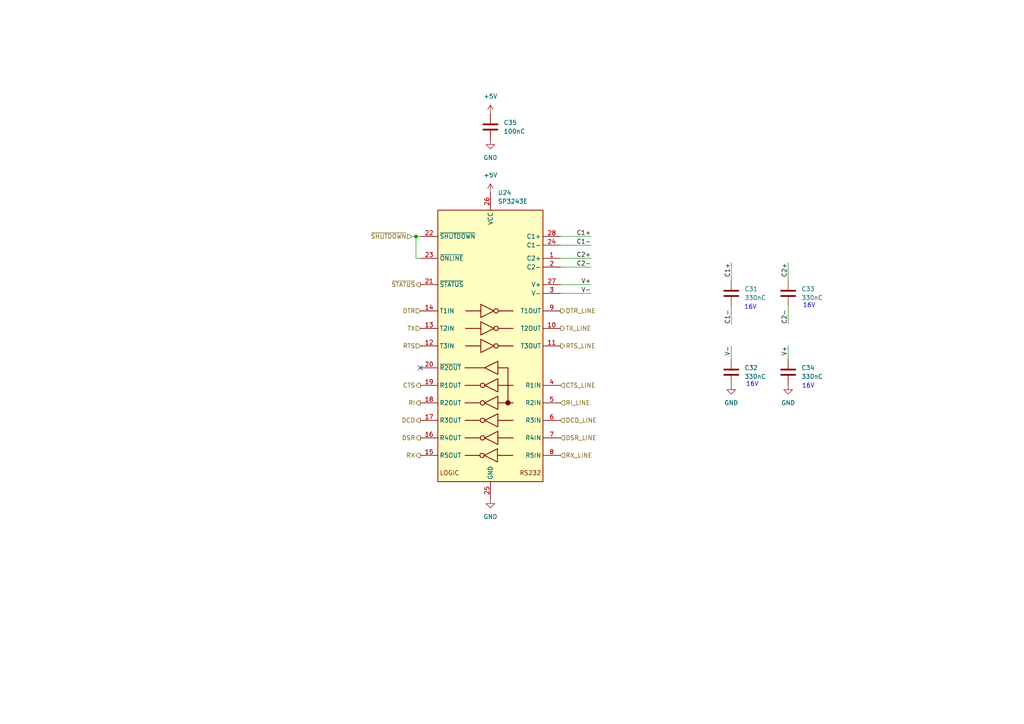
<source format=kicad_sch>
(kicad_sch (version 20250114) (generator "eeschema") (generator_version "9.0")
  (paper "A4")
  (lib_symbols
    (symbol "Device:C" (pin_numbers (hide yes)) (pin_names (offset 0.254))
      (property "Reference" "C" (at 0.635 2.54 0))
      (property "Value" "C" (at 0.635 -2.54 0))
      (symbol "C_0_1"
        (polyline (pts (xy -2.032 0.762) (xy 2.032 0.762)) (stroke (width 0.508)))
        (polyline (pts (xy -2.032 -0.762) (xy 2.032 -0.762)) (stroke (width 0.508)))
      )
      (symbol "C_1_1"
        (pin passive line (at 0 3.81 270) (length 2.794) (name "~") (number "1"))
        (pin passive line (at 0 -3.81 90) (length 2.794) (name "~") (number "2"))
      )
    )
    (symbol "Interface_UART_custom:SP3243E"
      (property "Reference" "U" (at -14.224 37.846 0))
      (property "Value" "SP3243E" (at 14.986 37.846 0))
      (symbol "SP3243E_0_1"
        (rectangle (start -15.24 39.37) (end 15.24 -39.37) (stroke (width 0.254)) (fill (type background)))
        (polyline (pts (xy -7.366 -31.75) (xy -3.048 -31.75)) (stroke (width 0.254)))
        (polyline (pts (xy -3.048 -11.43) (xy -7.366 -11.43)) (stroke (width 0.254)))
        (polyline (pts (xy -3.048 -16.51) (xy -7.366 -16.51)) (stroke (width 0.254)))
        (polyline (pts (xy -3.048 -21.59) (xy -7.366 -21.59)) (stroke (width 0.254)))
        (polyline (pts (xy -3.048 -26.67) (xy -7.366 -26.67)) (stroke (width 0.254)))
        (polyline (pts (xy -2.794 12.065) (xy -2.794 8.255) (xy 1.016 10.16) (xy -2.794 12.065)) (stroke (width 0.254)))
        (polyline (pts (xy -2.794 10.16) (xy -7.112 10.16)) (stroke (width 0.254)))
        (polyline (pts (xy -2.794 6.985) (xy -2.794 3.175) (xy 1.016 5.08) (xy -2.794 6.985)) (stroke (width 0.254)))
        (polyline (pts (xy -2.794 5.08) (xy -7.239 5.08)) (stroke (width 0.254)))
        (polyline (pts (xy -2.794 1.905) (xy -2.794 -1.905) (xy 1.016 0) (xy -2.794 1.905)) (stroke (width 0.254)))
        (polyline (pts (xy -2.794 0) (xy -7.239 0)) (stroke (width 0.254)))
        (circle (center -2.413 -31.75) (radius 0.635) (stroke (width 0.254)))
        (circle (center -2.286 -11.43) (radius 0.635) (stroke (width 0.254)))
        (circle (center -2.286 -16.51) (radius 0.635) (stroke (width 0.254)))
        (circle (center -2.286 -21.59) (radius 0.635) (stroke (width 0.254)))
        (circle (center -2.286 -26.67) (radius 0.635) (stroke (width 0.254)))
        (polyline (pts (xy -1.27 -6.35) (xy -7.366 -6.35)) (stroke (width 0.254)))
        (circle (center 1.651 10.16) (radius 0.635) (stroke (width 0.254)))
        (circle (center 1.651 5.08) (radius 0.635) (stroke (width 0.254)))
        (circle (center 1.651 0) (radius 0.635) (stroke (width 0.254)))
        (polyline (pts (xy 2.032 -29.845) (xy 2.032 -33.655) (xy -1.778 -31.75) (xy 2.032 -29.845)) (stroke (width 0.254)))
        (polyline (pts (xy 2.032 -31.75) (xy 6.477 -31.75)) (stroke (width 0.254)))
        (polyline (pts (xy 2.159 -4.445) (xy 2.159 -8.255) (xy -1.651 -6.35) (xy 2.159 -4.445)) (stroke (width 0.254)))
        (polyline (pts (xy 2.159 -6.35) (xy 5.08 -6.35)) (stroke (width 0.254)))
        (polyline (pts (xy 2.159 -9.525) (xy 2.159 -13.335) (xy -1.651 -11.43) (xy 2.159 -9.525)) (stroke (width 0.254)))
        (polyline (pts (xy 2.159 -11.43) (xy 6.604 -11.43)) (stroke (width 0.254)))
        (polyline (pts (xy 2.159 -14.605) (xy 2.159 -18.415) (xy -1.651 -16.51) (xy 2.159 -14.605)) (stroke (width 0.254)))
        (polyline (pts (xy 2.159 -16.51) (xy 6.604 -16.51)) (stroke (width 0.254)))
        (polyline (pts (xy 2.159 -19.685) (xy 2.159 -23.495) (xy -1.651 -21.59) (xy 2.159 -19.685)) (stroke (width 0.254)))
        (polyline (pts (xy 2.159 -21.59) (xy 6.604 -21.59)) (stroke (width 0.254)))
        (polyline (pts (xy 2.159 -24.765) (xy 2.159 -28.575) (xy -1.651 -26.67) (xy 2.159 -24.765)) (stroke (width 0.254)))
        (polyline (pts (xy 2.159 -26.67) (xy 6.604 -26.67)) (stroke (width 0.254)))
        (polyline (pts (xy 6.604 10.16) (xy 2.286 10.16)) (stroke (width 0.254)))
        (polyline (pts (xy 6.604 5.08) (xy 2.286 5.08)) (stroke (width 0.254)))
        (polyline (pts (xy 6.604 0) (xy 2.286 0)) (stroke (width 0.254)))
      )
      (symbol "SP3243E_1_0"
        (text "LOGIC" (at -14.732 -36.83 0) (effects (font (size 1.27 1.27)) (justify left)))
        (text "RS232" (at 14.732 -36.83 0) (effects (font (size 1.27 1.27)) (justify right)))
        (pin input line (at -20.32 0 0) (length 5.08) (name "T3IN") (number "12"))
        (pin tri_state line (at -20.32 -31.75 0) (length 5.08) (name "R5OUT") (number "15"))
        (pin output line (at 20.32 0 180) (length 5.08) (name "T3OUT") (number "11"))
        (pin input line (at 20.32 -31.75 180) (length 5.08) (name "R5IN") (number "8"))
      )
      (symbol "SP3243E_1_1"
        (polyline (pts (xy 5.08 -16.51) (xy 5.08 -6.35)) (stroke (width 0.254)))
        (circle (center 5.08 -16.51) (radius 0.0001) (stroke (width 0.762)))
        (pin input line (at -20.32 31.75 0) (length 5.08) (name "~{SHUTDOWN}") (number "22"))
        (pin input line (at -20.32 25.4 0) (length 5.08) (name "~{ONLINE}") (number "23"))
        (pin output line (at -20.32 17.78 0) (length 5.08) (name "~{STATUS}") (number "21"))
        (pin input line (at -20.32 10.16 0) (length 5.08) (name "T1IN") (number "14"))
        (pin input line (at -20.32 5.08 0) (length 5.08) (name "T2IN") (number "13"))
        (pin tri_state line (at -20.32 -6.35 0) (length 5.08) (name "~{R2OUT}") (number "20"))
        (pin tri_state line (at -20.32 -11.43 0) (length 5.08) (name "R1OUT") (number "19"))
        (pin tri_state line (at -20.32 -16.51 0) (length 5.08) (name "R2OUT") (number "18"))
        (pin tri_state line (at -20.32 -21.59 0) (length 5.08) (name "R3OUT") (number "17"))
        (pin tri_state line (at -20.32 -26.67 0) (length 5.08) (name "R4OUT") (number "16"))
        (pin power_in line (at 0 44.45 270) (length 5.08) (name "VCC") (number "26"))
        (pin power_in line (at 0 -44.45 90) (length 5.08) (name "GND") (number "25"))
        (pin passive line (at 20.32 31.75 180) (length 5.08) (name "C1+") (number "28"))
        (pin passive line (at 20.32 29.21 180) (length 5.08) (name "C1-") (number "24"))
        (pin passive line (at 20.32 25.4 180) (length 5.08) (name "C2+") (number "1"))
        (pin passive line (at 20.32 22.86 180) (length 5.08) (name "C2-") (number "2"))
        (pin passive line (at 20.32 17.78 180) (length 5.08) (name "V+") (number "27"))
        (pin passive line (at 20.32 15.24 180) (length 5.08) (name "V-") (number "3"))
        (pin output line (at 20.32 10.16 180) (length 5.08) (name "T1OUT") (number "9"))
        (pin output line (at 20.32 5.08 180) (length 5.08) (name "T2OUT") (number "10"))
        (pin input line (at 20.32 -11.43 180) (length 5.08) (name "R1IN") (number "4"))
        (pin input line (at 20.32 -16.51 180) (length 5.08) (name "R2IN") (number "5"))
        (pin input line (at 20.32 -21.59 180) (length 5.08) (name "R3IN") (number "6"))
        (pin input line (at 20.32 -26.67 180) (length 5.08) (name "R4IN") (number "7"))
      )
    )
    (symbol "power:+5V" (power) (pin_numbers (hide yes)) (pin_names (offset 0) (hide yes))
      (property "Value" "+5V" (at 0 3.556 0))
      (symbol "+5V_0_1"
        (polyline (pts (xy -0.762 1.27) (xy 0 2.54)))
        (polyline (pts (xy 0 2.54) (xy 0.762 1.27)))
        (polyline (pts (xy 0 0) (xy 0 2.54)))
      )
      (symbol "+5V_1_1"
        (pin power_in line (at 0 0 90) (length 0) (name "~") (number "1"))
      )
    )
    (symbol "power:GND" (power) (pin_numbers (hide yes)) (pin_names (offset 0) (hide yes))
      (property "Value" "GND" (at 0 -3.81 0))
      (symbol "GND_0_1"
        (polyline (pts (xy 0 0) (xy 0 -1.27) (xy 1.27 -1.27) (xy 0 -2.54) (xy -1.27 -1.27) (xy 0 -1.27)))
      )
      (symbol "GND_1_1"
        (pin power_in line (at 0 0 270) (length 0) (name "~") (number "1"))
      )
    )
  )
  (text "16V" (at 218.186 111.506 0) (effects (font (size 1.27 1.27))))
  (text "16V" (at 234.696 88.646 0) (effects (font (size 1.27 1.27))))
  (text "16V" (at 234.442 112.014 0) (effects (font (size 1.27 1.27))))
  (text "16V" (at 217.678 89.154 0) (effects (font (size 1.27 1.27))))
  (junction (at 120.65 68.58))
  (no_connect (at 121.92 106.68))
  (wire (pts (xy 212.09 76.2) (xy 212.09 81.28)))
  (wire (pts (xy 228.6 88.9) (xy 228.6 93.98)))
  (wire (pts (xy 228.6 76.2) (xy 228.6 81.28)))
  (wire (pts (xy 171.45 74.93) (xy 162.56 74.93)))
  (wire (pts (xy 119.38 68.58) (xy 120.65 68.58)))
  (wire (pts (xy 162.56 82.55) (xy 171.45 82.55)))
  (wire (pts (xy 228.6 100.33) (xy 228.6 104.14)))
  (wire (pts (xy 162.56 85.09) (xy 171.45 85.09)))
  (wire (pts (xy 120.65 74.93) (xy 121.92 74.93)))
  (wire (pts (xy 162.56 77.47) (xy 171.45 77.47)))
  (wire (pts (xy 162.56 71.12) (xy 171.45 71.12)))
  (wire (pts (xy 212.09 100.33) (xy 212.09 104.14)))
  (wire (pts (xy 171.45 68.58) (xy 162.56 68.58)))
  (wire (pts (xy 120.65 68.58) (xy 120.65 74.93)))
  (wire (pts (xy 120.65 68.58) (xy 121.92 68.58)))
  (wire (pts (xy 212.09 88.9) (xy 212.09 93.98)))
  (label "V-" (at 212.09 100.33 270))
  (label "V+" (at 171.45 82.55 180))
  (label "C2-" (at 228.6 93.98 90))
  (label "C2+" (at 171.45 74.93 180))
  (label "V-" (at 171.45 85.09 180))
  (label "C1-" (at 171.45 71.12 180))
  (label "C2+" (at 228.6 76.2 270))
  (label "C1+" (at 212.09 76.2 270))
  (label "V+" (at 228.6 100.33 270))
  (label "C2-" (at 171.45 77.47 180))
  (label "C1+" (at 171.45 68.58 180))
  (label "C1-" (at 212.09 93.98 90))
  (hierarchical_label "DCD_LINE" (shape input) (at 162.56 121.92 0))
  (hierarchical_label "RTS_LINE" (shape output) (at 162.56 100.33 0))
  (hierarchical_label "RI_LINE" (shape input) (at 162.56 116.84 0))
  (hierarchical_label "CTS_LINE" (shape input) (at 162.56 111.76 0))
  (hierarchical_label "DSR" (shape output) (at 121.92 127 180))
  (hierarchical_label "TX_LINE" (shape output) (at 162.56 95.25 0))
  (hierarchical_label "RI" (shape output) (at 121.92 116.84 180))
  (hierarchical_label "TX" (shape input) (at 121.92 95.25 180))
  (hierarchical_label "~{STATUS}" (shape output) (at 121.92 82.55 180))
  (hierarchical_label "RTS" (shape input) (at 121.92 100.33 180))
  (hierarchical_label "DSR_LINE" (shape input) (at 162.56 127 0))
  (hierarchical_label "~{SHUTDOWN}" (shape input) (at 119.38 68.58 180))
  (hierarchical_label "DTR" (shape input) (at 121.92 90.17 180))
  (hierarchical_label "DTR_LINE" (shape output) (at 162.56 90.17 0))
  (hierarchical_label "RX_LINE" (shape input) (at 162.56 132.08 0))
  (hierarchical_label "RX" (shape output) (at 121.92 132.08 180))
  (hierarchical_label "DCD" (shape output) (at 121.92 121.92 180))
  (hierarchical_label "CTS" (shape output) (at 121.92 111.76 180))
  (symbol (lib_id "power:+5V") (at 142.24 55.88 0) (unit 1)
    (property "Reference" "#PWR0207" (effects (hide yes)))
    (property "Value" "+5V" (at 142.24 50.8 0))
    (property "Description" "Power symbol creates a global label with name \"+5V\"" (effects (hide yes)))
    (instances (project "BDCMotorControlShieldMega" (path "" (reference "#PWR0207") (unit 1)) (path "" (reference "#PWR0213") (unit 1))))
  )
  (symbol (lib_id "power:GND") (at 142.24 40.64 0) (unit 1)
    (property "Reference" "#PWR0206" (effects (hide yes)))
    (property "Value" "GND" (at 142.24 45.72 0))
    (property "Description" "Power symbol creates a global label with name \"GND\" , ground" (effects (hide yes)))
    (instances (project "BDCMotorControlShieldMega" (path "" (reference "#PWR0206") (unit 1)) (path "" (reference "#PWR0212") (unit 1))))
  )
  (symbol (lib_id "Device:C") (at 228.6 85.09 0) (unit 1)
    (property "Reference" "C33" (at 232.41 83.8199 0) (effects (justify left)))
    (property "Value" "330nC" (at 232.41 86.3599 0) (effects (justify left)))
    (property "Footprint" "Capacitor_SMD:C_0805_2012Metric" (effects (hide yes)))
    (property "Description" "Unpolarized capacitor" (effects (hide yes)))
    (property "Status" "OK" (effects (hide yes)))
    (instances (project "BDCMotorControlShieldMega" (path "" (reference "C33") (unit 1)) (path "" (reference "C38") (unit 1))))
  )
  (symbol (lib_id "power:GND") (at 212.09 111.76 0) (unit 1)
    (property "Reference" "#PWR0203" (effects (hide yes)))
    (property "Value" "GND" (at 212.09 116.84 0))
    (property "Description" "Power symbol creates a global label with name \"GND\" , ground" (effects (hide yes)))
    (instances (project "BDCMotorControlShieldMega" (path "" (reference "#PWR0203") (unit 1)) (path "" (reference "#PWR0209") (unit 1))))
  )
  (symbol (lib_id "Device:C") (at 142.24 36.83 0) (unit 1)
    (property "Reference" "C35" (at 146.05 35.5599 0) (effects (justify left)))
    (property "Value" "100nC" (at 146.05 38.0999 0) (effects (justify left)))
    (property "Footprint" "Capacitor_SMD:C_0805_2012Metric" (effects (hide yes)))
    (property "Description" "Unpolarized capacitor" (effects (hide yes)))
    (property "Status" "OK" (effects (hide yes)))
    (instances (project "BDCMotorControlShieldMega" (path "" (reference "C35") (unit 1)) (path "" (reference "C40") (unit 1))))
  )
  (symbol (lib_id "power:GND") (at 228.6 111.76 0) (unit 1)
    (property "Reference" "#PWR030" (effects (hide yes)))
    (property "Value" "GND" (at 228.6 116.84 0))
    (property "Description" "Power symbol creates a global label with name \"GND\" , ground" (effects (hide yes)))
    (instances (project "BDCMotorControlShieldMega" (path "" (reference "#PWR030") (unit 1)) (path "" (reference "#PWR031") (unit 1))))
  )
  (symbol (lib_id "Device:C") (at 212.09 85.09 0) (unit 1)
    (property "Reference" "C31" (at 215.9 83.8199 0) (effects (justify left)))
    (property "Value" "330nC" (at 215.9 86.3599 0) (effects (justify left)))
    (property "Footprint" "Capacitor_SMD:C_0805_2012Metric" (effects (hide yes)))
    (property "Description" "Unpolarized capacitor" (effects (hide yes)))
    (property "Status" "OK" (effects (hide yes)))
    (instances (project "BDCMotorControlShieldMega" (path "" (reference "C31") (unit 1)) (path "" (reference "C36") (unit 1))))
  )
  (symbol (lib_id "Device:C") (at 228.6 107.95 0) (unit 1)
    (property "Reference" "C34" (at 232.41 106.6799 0) (effects (justify left)))
    (property "Value" "330nC" (at 232.41 109.2199 0) (effects (justify left)))
    (property "Footprint" "Capacitor_SMD:C_0805_2012Metric" (effects (hide yes)))
    (property "Description" "Unpolarized capacitor" (effects (hide yes)))
    (property "Status" "OK" (effects (hide yes)))
    (instances (project "BDCMotorControlShieldMega" (path "" (reference "C34") (unit 1)) (path "" (reference "C39") (unit 1))))
  )
  (symbol (lib_id "power:GND") (at 142.24 144.78 0) (unit 1)
    (property "Reference" "#PWR0208" (effects (hide yes)))
    (property "Value" "GND" (at 142.24 149.86 0))
    (property "Description" "Power symbol creates a global label with name \"GND\" , ground" (effects (hide yes)))
    (instances (project "BDCMotorControlShieldMega" (path "" (reference "#PWR0208") (unit 1)) (path "" (reference "#PWR0214") (unit 1))))
  )
  (symbol (lib_id "power:+5V") (at 142.24 33.02 0) (unit 1)
    (property "Reference" "#PWR0205" (effects (hide yes)))
    (property "Value" "+5V" (at 142.24 27.94 0))
    (property "Description" "Power symbol creates a global label with name \"+5V\"" (effects (hide yes)))
    (instances (project "BDCMotorControlShieldMega" (path "" (reference "#PWR0205") (unit 1)) (path "" (reference "#PWR0211") (unit 1))))
  )
  (symbol (lib_id "Device:C") (at 212.09 107.95 0) (unit 1)
    (property "Reference" "C32" (at 215.9 106.6799 0) (effects (justify left)))
    (property "Value" "330nC" (at 215.9 109.2199 0) (effects (justify left)))
    (property "Footprint" "Capacitor_SMD:C_0805_2012Metric" (effects (hide yes)))
    (property "Description" "Unpolarized capacitor" (effects (hide yes)))
    (property "Status" "OK" (effects (hide yes)))
    (instances (project "BDCMotorControlShieldMega" (path "" (reference "C32") (unit 1)) (path "" (reference "C37") (unit 1))))
  )
  (symbol (lib_id "Interface_UART_custom:SP3243E") (at 142.24 100.33 0) (unit 1)
    (property "Reference" "U24" (at 144.3833 55.88 0) (effects (justify left)))
    (property "Value" "SP3243E" (at 144.3833 58.42 0) (effects (justify left)))
    (property "Footprint" "Package_SO:TSSOP-28_4.4x9.7mm_P0.65mm" (effects (hide yes)))
    (property "Description" "RS-232 Transceivers 3 Driver/5 Receiver Intelligent +3.0V to +5.5V, TSSOP-28 / SSOP-28" (effects (hide yes)))
    (property "MPN" "SP3243EBEY-L/TR" (effects (hide yes)))
    (instances (project "" (path "" (reference "U24") (unit 1)) (path "" (reference "U31") (unit 1))))
  )
)
</source>
